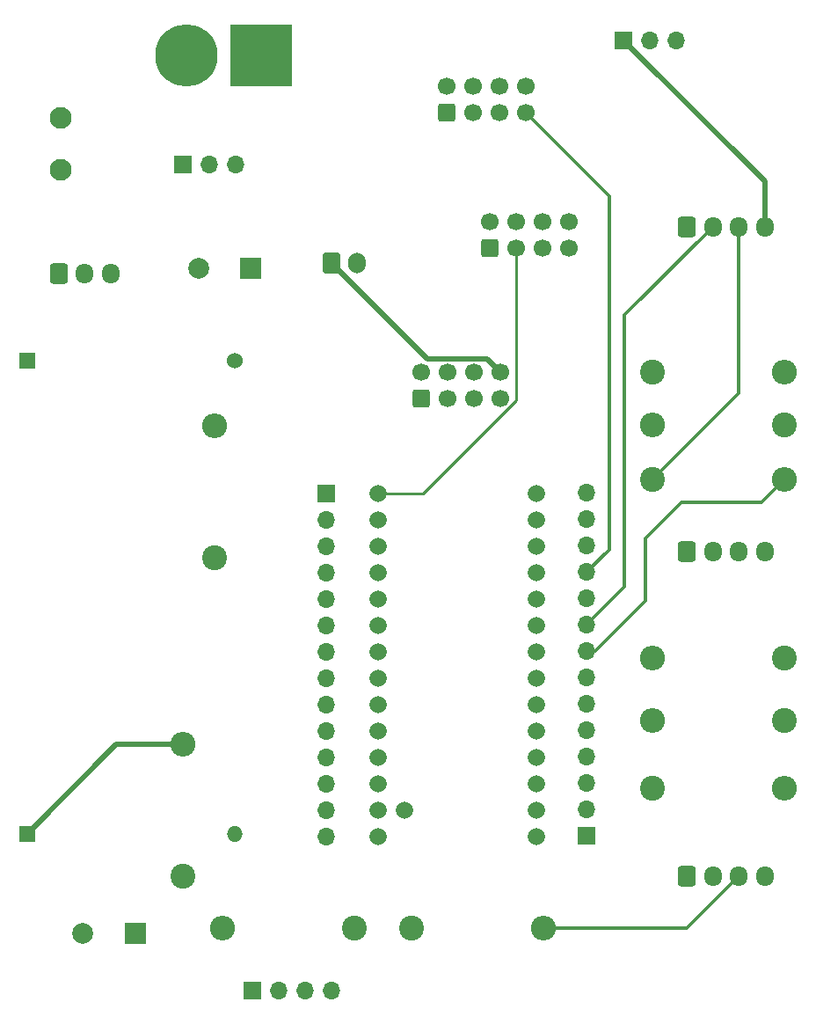
<source format=gbr>
%TF.GenerationSoftware,KiCad,Pcbnew,8.0.1*%
%TF.CreationDate,2024-04-25T00:57:37+03:00*%
%TF.ProjectId,Modul_LCD,4d6f6475-6c5f-44c4-9344-2e6b69636164,rev?*%
%TF.SameCoordinates,Original*%
%TF.FileFunction,Copper,L2,Bot*%
%TF.FilePolarity,Positive*%
%FSLAX46Y46*%
G04 Gerber Fmt 4.6, Leading zero omitted, Abs format (unit mm)*
G04 Created by KiCad (PCBNEW 8.0.1) date 2024-04-25 00:57:37*
%MOMM*%
%LPD*%
G01*
G04 APERTURE LIST*
G04 Aperture macros list*
%AMRoundRect*
0 Rectangle with rounded corners*
0 $1 Rounding radius*
0 $2 $3 $4 $5 $6 $7 $8 $9 X,Y pos of 4 corners*
0 Add a 4 corners polygon primitive as box body*
4,1,4,$2,$3,$4,$5,$6,$7,$8,$9,$2,$3,0*
0 Add four circle primitives for the rounded corners*
1,1,$1+$1,$2,$3*
1,1,$1+$1,$4,$5*
1,1,$1+$1,$6,$7*
1,1,$1+$1,$8,$9*
0 Add four rect primitives between the rounded corners*
20,1,$1+$1,$2,$3,$4,$5,0*
20,1,$1+$1,$4,$5,$6,$7,0*
20,1,$1+$1,$6,$7,$8,$9,0*
20,1,$1+$1,$8,$9,$2,$3,0*%
G04 Aperture macros list end*
%TA.AperFunction,ComponentPad*%
%ADD10RoundRect,0.250000X0.600000X-0.600000X0.600000X0.600000X-0.600000X0.600000X-0.600000X-0.600000X0*%
%TD*%
%TA.AperFunction,ComponentPad*%
%ADD11C,1.700000*%
%TD*%
%TA.AperFunction,ComponentPad*%
%ADD12C,2.400000*%
%TD*%
%TA.AperFunction,ComponentPad*%
%ADD13O,2.400000X2.400000*%
%TD*%
%TA.AperFunction,ComponentPad*%
%ADD14R,1.700000X1.700000*%
%TD*%
%TA.AperFunction,ComponentPad*%
%ADD15O,1.700000X1.700000*%
%TD*%
%TA.AperFunction,ComponentPad*%
%ADD16C,6.000000*%
%TD*%
%TA.AperFunction,ComponentPad*%
%ADD17R,6.000000X6.000000*%
%TD*%
%TA.AperFunction,ComponentPad*%
%ADD18C,2.100000*%
%TD*%
%TA.AperFunction,ComponentPad*%
%ADD19RoundRect,0.250000X-0.600000X-0.725000X0.600000X-0.725000X0.600000X0.725000X-0.600000X0.725000X0*%
%TD*%
%TA.AperFunction,ComponentPad*%
%ADD20O,1.700000X1.950000*%
%TD*%
%TA.AperFunction,ComponentPad*%
%ADD21R,2.000000X2.000000*%
%TD*%
%TA.AperFunction,ComponentPad*%
%ADD22C,2.000000*%
%TD*%
%TA.AperFunction,ComponentPad*%
%ADD23C,1.665000*%
%TD*%
%TA.AperFunction,ComponentPad*%
%ADD24RoundRect,0.250000X-0.600000X-0.750000X0.600000X-0.750000X0.600000X0.750000X-0.600000X0.750000X0*%
%TD*%
%TA.AperFunction,ComponentPad*%
%ADD25O,1.700000X2.000000*%
%TD*%
%TA.AperFunction,ComponentPad*%
%ADD26R,1.524000X1.524000*%
%TD*%
%TA.AperFunction,ComponentPad*%
%ADD27O,1.524000X1.524000*%
%TD*%
%TA.AperFunction,ComponentPad*%
%ADD28C,1.524000*%
%TD*%
%TA.AperFunction,Conductor*%
%ADD29C,0.500000*%
%TD*%
%TA.AperFunction,Conductor*%
%ADD30C,0.250000*%
%TD*%
%TA.AperFunction,Conductor*%
%ADD31C,0.300000*%
%TD*%
G04 APERTURE END LIST*
D10*
%TO.P,J10,1,Pin_1*%
%TO.N,LEFT*%
X61420000Y-59040000D03*
D11*
%TO.P,J10,2,Pin_2*%
%TO.N,RIGHT*%
X61420000Y-56500000D03*
%TO.P,J10,3,Pin_3*%
%TO.N,INCREMENT*%
X63960000Y-59040000D03*
%TO.P,J10,4,Pin_4*%
%TO.N,DECREMENT*%
X63960000Y-56500000D03*
%TO.P,J10,5,Pin_5*%
%TO.N,SCL*%
X66500000Y-59040000D03*
%TO.P,J10,6,Pin_6*%
%TO.N,SDA*%
X66500000Y-56500000D03*
%TO.P,J10,7,Pin_7*%
%TO.N,+5V*%
X69040000Y-59040000D03*
%TO.P,J10,8,Pin_8*%
%TO.N,GND*%
X69040000Y-56500000D03*
%TD*%
D12*
%TO.P,R6,1*%
%TO.N,ECHO2*%
X96350000Y-84000000D03*
D13*
%TO.P,R6,2*%
X83650000Y-84000000D03*
%TD*%
D14*
%TO.P,J15,1,Pin_1*%
%TO.N,GND*%
X77300000Y-101120000D03*
D15*
%TO.P,J15,2,Pin_2*%
%TO.N,RX*%
X77300000Y-98580000D03*
%TO.P,J15,3,Pin_3*%
%TO.N,TX*%
X77300000Y-96040000D03*
%TO.P,J15,4,Pin_4*%
%TO.N,ECHO1*%
X77300000Y-93500000D03*
%TO.P,J15,5,Pin_5*%
%TO.N,TRIG1*%
X77300000Y-90960000D03*
%TO.P,J15,6,Pin_6*%
%TO.N,ECHO2*%
X77300000Y-88420000D03*
%TO.P,J15,7,Pin_7*%
%TO.N,TRIG2*%
X77300000Y-85880000D03*
%TO.P,J15,8,Pin_8*%
%TO.N,ECHO3*%
X77300000Y-83340000D03*
%TO.P,J15,9,Pin_9*%
%TO.N,TRIG3*%
X77300000Y-80800000D03*
%TO.P,J15,10,Pin_10*%
%TO.N,SPI_SS1*%
X77300000Y-78260000D03*
%TO.P,J15,11,Pin_11*%
%TO.N,SPI_SS2*%
X77300000Y-75720000D03*
%TO.P,J15,12,Pin_12*%
%TO.N,Net-(IC1-10)*%
X77300000Y-73180000D03*
%TO.P,J15,13,Pin_13*%
%TO.N,SPI_MOSI*%
X77300000Y-70640000D03*
%TO.P,J15,14,Pin_14*%
%TO.N,SPI_MISO*%
X77300000Y-68100000D03*
%TD*%
D14*
%TO.P,J16,1,Pin_1*%
%TO.N,SPI_SCK*%
X52300000Y-68120000D03*
D15*
%TO.P,J16,2,Pin_2*%
%TO.N,RIGHT*%
X52300000Y-70660000D03*
%TO.P,J16,3,Pin_3*%
%TO.N,LEFT*%
X52300000Y-73200000D03*
%TO.P,J16,4,Pin_4*%
%TO.N,DECREMENT*%
X52300000Y-75740000D03*
%TO.P,J16,5,Pin_5*%
%TO.N,INCREMENT*%
X52300000Y-78280000D03*
%TO.P,J16,6,Pin_6*%
%TO.N,SDA*%
X52300000Y-80820000D03*
%TO.P,J16,7,Pin_7*%
%TO.N,SCL*%
X52300000Y-83360000D03*
%TO.P,J16,8,Pin_8*%
%TO.N,Net-(IC1-20)*%
X52300000Y-85900000D03*
%TO.P,J16,9,Pin_9*%
%TO.N,LED*%
X52300000Y-88440000D03*
%TO.P,J16,10,Pin_10*%
%TO.N,SIG_SERVO*%
X52300000Y-90980000D03*
%TO.P,J16,11,Pin_11*%
%TO.N,SIG_ESC*%
X52300000Y-93520000D03*
%TO.P,J16,12,Pin_12*%
%TO.N,Net-(IC1-3.3V(250_MA_MAX))*%
X52300000Y-96060000D03*
%TO.P,J16,13,Pin_13*%
%TO.N,GND*%
X52300000Y-98600000D03*
%TO.P,J16,14,Pin_14*%
%TO.N,+5V*%
X52300000Y-101140000D03*
%TD*%
D12*
%TO.P,R9,1*%
%TO.N,ECHO3*%
X83650000Y-66800000D03*
D13*
%TO.P,R9,2*%
X96350000Y-66800000D03*
%TD*%
D16*
%TO.P,J14,N,NEG*%
%TO.N,-BAT*%
X38800000Y-26000000D03*
D17*
%TO.P,J14,P,POS*%
%TO.N,+BAT*%
X46000000Y-26000000D03*
%TD*%
D10*
%TO.P,J2,1,Pin_1*%
%TO.N,SPI_MISO*%
X63880000Y-31500000D03*
D11*
%TO.P,J2,2,Pin_2*%
%TO.N,+5V*%
X63880000Y-28960000D03*
%TO.P,J2,3,Pin_3*%
%TO.N,SPI_SCK*%
X66420000Y-31500000D03*
%TO.P,J2,4,Pin_4*%
%TO.N,SPI_MOSI*%
X66420000Y-28960000D03*
%TO.P,J2,5,Pin_5*%
%TO.N,unconnected-(J2-Pin_5-Pad5)*%
X68960000Y-31500000D03*
%TO.P,J2,6,Pin_6*%
%TO.N,GND*%
X68960000Y-28960000D03*
%TO.P,J2,7,Pin_7*%
%TO.N,SPI_SS2*%
X71500000Y-31500000D03*
%TO.P,J2,8,Pin_8*%
%TO.N,unconnected-(J2-Pin_8-Pad8)*%
X71500000Y-28960000D03*
%TD*%
D18*
%TO.P,J12,1,1*%
%TO.N,+BAT*%
X26750000Y-32000000D03*
%TO.P,J12,2,2*%
%TO.N,-BAT*%
X26750000Y-37000000D03*
%TD*%
D19*
%TO.P,J6,1,Pin_1*%
%TO.N,+5V*%
X87000000Y-42475000D03*
D20*
%TO.P,J6,2,Pin_2*%
%TO.N,TRIG3*%
X89500000Y-42475000D03*
%TO.P,J6,3,Pin_3*%
%TO.N,ECHO3*%
X92000000Y-42475000D03*
%TO.P,J6,4,Pin_4*%
%TO.N,GND*%
X94500000Y-42475000D03*
%TD*%
D21*
%TO.P,C1,1*%
%TO.N,+BAT*%
X45000000Y-46500000D03*
D22*
%TO.P,C1,2*%
%TO.N,-BAT*%
X40000000Y-46500000D03*
%TD*%
D23*
%TO.P,IC1,1,GND_1*%
%TO.N,GND*%
X72500000Y-101160000D03*
%TO.P,IC1,2,0*%
%TO.N,RX*%
X72500000Y-98620000D03*
%TO.P,IC1,3,1*%
%TO.N,TX*%
X72500000Y-96080000D03*
%TO.P,IC1,4,2*%
%TO.N,ECHO1*%
X72500000Y-93540000D03*
%TO.P,IC1,5,3*%
%TO.N,TRIG1*%
X72500000Y-91000000D03*
%TO.P,IC1,6,4*%
%TO.N,ECHO2*%
X72500000Y-88460000D03*
%TO.P,IC1,7,5*%
%TO.N,TRIG2*%
X72500000Y-85920000D03*
%TO.P,IC1,8,6*%
%TO.N,ECHO3*%
X72500000Y-83380000D03*
%TO.P,IC1,9,7*%
%TO.N,TRIG3*%
X72500000Y-80840000D03*
%TO.P,IC1,10,8*%
%TO.N,SPI_SS1*%
X72500000Y-78300000D03*
%TO.P,IC1,11,9*%
%TO.N,SPI_SS2*%
X72500000Y-75760000D03*
%TO.P,IC1,12,10*%
%TO.N,Net-(IC1-10)*%
X72500000Y-73220000D03*
%TO.P,IC1,13,11*%
%TO.N,SPI_MOSI*%
X72500000Y-70680000D03*
%TO.P,IC1,14,12*%
%TO.N,SPI_MISO*%
X72500000Y-68140000D03*
%TO.P,IC1,20,13*%
%TO.N,SPI_SCK*%
X57260000Y-68140000D03*
%TO.P,IC1,21,14*%
%TO.N,RIGHT*%
X57260000Y-70680000D03*
%TO.P,IC1,22,15*%
%TO.N,LEFT*%
X57260000Y-73220000D03*
%TO.P,IC1,23,16*%
%TO.N,DECREMENT*%
X57260000Y-75760000D03*
%TO.P,IC1,24,17*%
%TO.N,INCREMENT*%
X57260000Y-78300000D03*
%TO.P,IC1,25,18*%
%TO.N,SDA*%
X57260000Y-80840000D03*
%TO.P,IC1,26,19*%
%TO.N,SCL*%
X57260000Y-83380000D03*
%TO.P,IC1,27,20*%
%TO.N,Net-(IC1-20)*%
X57260000Y-85920000D03*
%TO.P,IC1,28,21*%
%TO.N,LED*%
X57260000Y-88460000D03*
%TO.P,IC1,29,22*%
%TO.N,SIG_SERVO*%
X57260000Y-91000000D03*
%TO.P,IC1,30,23*%
%TO.N,SIG_ESC*%
X57260000Y-93540000D03*
%TO.P,IC1,31,3.3V(250_MA_MAX)*%
%TO.N,Net-(IC1-3.3V(250_MA_MAX))*%
X57260000Y-96080000D03*
%TO.P,IC1,32,GND_3*%
%TO.N,GND*%
X57260000Y-98620000D03*
%TO.P,IC1,33,VIN_(3.6_TO_5.5_VOLTS)*%
%TO.N,+5V*%
X57260000Y-101160000D03*
%TO.P,IC1,34,GND_4*%
%TO.N,unconnected-(IC1-GND_4-Pad34)*%
X59800000Y-98620000D03*
%TD*%
D14*
%TO.P,J13,1,Pin_1*%
%TO.N,+BAT*%
X38460000Y-36500000D03*
D15*
%TO.P,J13,2,Pin_2*%
%TO.N,unconnected-(J13-Pin_2-Pad2)*%
X41000000Y-36500000D03*
%TO.P,J13,3,Pin_3*%
%TO.N,+BAT*%
X43540000Y-36500000D03*
%TD*%
D12*
%TO.P,R8,1*%
%TO.N,ECHO3*%
X96350000Y-61500000D03*
D13*
%TO.P,R8,2*%
%TO.N,Net-(R7-Pad1)*%
X83650000Y-61500000D03*
%TD*%
D12*
%TO.P,R5,1*%
%TO.N,ECHO2*%
X96350000Y-90000000D03*
D13*
%TO.P,R5,2*%
%TO.N,Net-(R4-Pad1)*%
X83650000Y-90000000D03*
%TD*%
D24*
%TO.P,D1,1,K*%
%TO.N,GND*%
X52750000Y-45975000D03*
D25*
%TO.P,D1,2,A*%
%TO.N,Net-(D1-A)*%
X55250000Y-45975000D03*
%TD*%
D19*
%TO.P,J4,1,Pin_1*%
%TO.N,+5V*%
X87000000Y-105000000D03*
D20*
%TO.P,J4,2,Pin_2*%
%TO.N,TRIG1*%
X89500000Y-105000000D03*
%TO.P,J4,3,Pin_3*%
%TO.N,ECHO1*%
X92000000Y-105000000D03*
%TO.P,J4,4,Pin_4*%
%TO.N,GND*%
X94500000Y-105000000D03*
%TD*%
D12*
%TO.P,R7,1*%
%TO.N,Net-(R7-Pad1)*%
X83650000Y-56500000D03*
D13*
%TO.P,R7,2*%
%TO.N,GND*%
X96350000Y-56500000D03*
%TD*%
D26*
%TO.P,U1,4,OUT-*%
%TO.N,GND*%
X23500000Y-100881000D03*
D27*
%TO.P,U1,3,OUT+*%
%TO.N,+5V*%
X43500000Y-100881000D03*
D26*
%TO.P,U1,2,IN-*%
%TO.N,-BAT*%
X23500000Y-55381000D03*
D28*
%TO.P,U1,1,IN+*%
%TO.N,+BAT*%
X43500000Y-55381000D03*
%TD*%
D12*
%TO.P,R2,1*%
%TO.N,ECHO1*%
X55000000Y-110000000D03*
D13*
%TO.P,R2,2*%
%TO.N,Net-(R1-Pad1)*%
X42300000Y-110000000D03*
%TD*%
D12*
%TO.P,R1,1*%
%TO.N,Net-(R1-Pad1)*%
X38500000Y-105000000D03*
D13*
%TO.P,R1,2*%
%TO.N,GND*%
X38500000Y-92300000D03*
%TD*%
D14*
%TO.P,J9,1,Pin_1*%
%TO.N,GND*%
X45200000Y-116000000D03*
D15*
%TO.P,J9,2,Pin_2*%
%TO.N,+5V*%
X47740000Y-116000000D03*
%TO.P,J9,3,Pin_3*%
%TO.N,RX*%
X50280000Y-116000000D03*
%TO.P,J9,4,Pin_4*%
%TO.N,TX*%
X52820000Y-116000000D03*
%TD*%
D13*
%TO.P,R3,2*%
%TO.N,ECHO1*%
X73200000Y-110000000D03*
D12*
%TO.P,R3,1*%
X60500000Y-110000000D03*
%TD*%
D19*
%TO.P,J5,1,Pin_1*%
%TO.N,+5V*%
X87000000Y-73737500D03*
D20*
%TO.P,J5,2,Pin_2*%
%TO.N,TRIG2*%
X89500000Y-73737500D03*
%TO.P,J5,3,Pin_3*%
%TO.N,ECHO2*%
X92000000Y-73737500D03*
%TO.P,J5,4,Pin_4*%
%TO.N,GND*%
X94500000Y-73737500D03*
%TD*%
D21*
%TO.P,C2,1*%
%TO.N,+5V*%
X33867677Y-110500000D03*
D22*
%TO.P,C2,2*%
%TO.N,GND*%
X28867677Y-110500000D03*
%TD*%
D14*
%TO.P,J7,1,Pin_1*%
%TO.N,GND*%
X80920000Y-24500000D03*
D15*
%TO.P,J7,2,Pin_2*%
%TO.N,+5V*%
X83460000Y-24500000D03*
%TO.P,J7,3,Pin_3*%
%TO.N,SIG_SERVO*%
X86000000Y-24500000D03*
%TD*%
D19*
%TO.P,J8,1,Pin_1*%
%TO.N,GND*%
X26500000Y-46975000D03*
D20*
%TO.P,J8,2,Pin_2*%
%TO.N,+5V*%
X29000000Y-46975000D03*
%TO.P,J8,3,Pin_3*%
%TO.N,SIG_ESC*%
X31500000Y-46975000D03*
%TD*%
D10*
%TO.P,J1,1,Pin_1*%
%TO.N,SPI_MISO*%
X68000000Y-44500000D03*
D11*
%TO.P,J1,2,Pin_2*%
%TO.N,+5V*%
X68000000Y-41960000D03*
%TO.P,J1,3,Pin_3*%
%TO.N,SPI_SCK*%
X70540000Y-44500000D03*
%TO.P,J1,4,Pin_4*%
%TO.N,SPI_MOSI*%
X70540000Y-41960000D03*
%TO.P,J1,5,Pin_5*%
%TO.N,unconnected-(J1-Pin_5-Pad5)*%
X73080000Y-44500000D03*
%TO.P,J1,6,Pin_6*%
%TO.N,GND*%
X73080000Y-41960000D03*
%TO.P,J1,7,Pin_7*%
%TO.N,SPI_SS1*%
X75620000Y-44500000D03*
%TO.P,J1,8,Pin_8*%
%TO.N,unconnected-(J1-Pin_8-Pad8)*%
X75620000Y-41960000D03*
%TD*%
D12*
%TO.P,R10,1*%
%TO.N,LED*%
X41500000Y-74350000D03*
D13*
%TO.P,R10,2*%
%TO.N,Net-(D1-A)*%
X41500000Y-61650000D03*
%TD*%
D12*
%TO.P,R4,1*%
%TO.N,Net-(R4-Pad1)*%
X83650000Y-96500000D03*
D13*
%TO.P,R4,2*%
%TO.N,GND*%
X96350000Y-96500000D03*
%TD*%
D29*
%TO.N,GND*%
X38500000Y-92300000D02*
X32081000Y-92300000D01*
X94500000Y-42475000D02*
X94500000Y-38080000D01*
X32081000Y-92300000D02*
X23500000Y-100881000D01*
X52750000Y-45975000D02*
X61975000Y-55200000D01*
X61975000Y-55200000D02*
X67740000Y-55200000D01*
X67740000Y-55200000D02*
X69040000Y-56500000D01*
X94500000Y-38080000D02*
X80920000Y-24500000D01*
D30*
%TO.N,SPI_SCK*%
X61601701Y-68140000D02*
X57260000Y-68140000D01*
X70540000Y-44500000D02*
X70540000Y-59201701D01*
X70540000Y-59201701D02*
X61601701Y-68140000D01*
D31*
%TO.N,TRIG3*%
X81000000Y-77100000D02*
X77300000Y-80800000D01*
X89500000Y-42475000D02*
X81000000Y-50975000D01*
X81000000Y-50975000D02*
X81000000Y-77100000D01*
%TO.N,ECHO3*%
X92000000Y-42475000D02*
X92000000Y-58450000D01*
X83000000Y-72500000D02*
X83000000Y-78500000D01*
X94150000Y-69000000D02*
X86500000Y-69000000D01*
X86500000Y-69000000D02*
X83000000Y-72500000D01*
X92000000Y-58450000D02*
X83650000Y-66800000D01*
X83000000Y-78500000D02*
X78160000Y-83340000D01*
X96350000Y-66800000D02*
X94150000Y-69000000D01*
X78160000Y-83340000D02*
X77300000Y-83340000D01*
%TO.N,SPI_SS2*%
X79500000Y-73520000D02*
X77300000Y-75720000D01*
X71500000Y-31500000D02*
X79500000Y-39500000D01*
X79500000Y-39500000D02*
X79500000Y-73520000D01*
%TO.N,ECHO1*%
X87000000Y-110000000D02*
X92000000Y-105000000D01*
X72850000Y-110000000D02*
X87000000Y-110000000D01*
%TD*%
M02*

</source>
